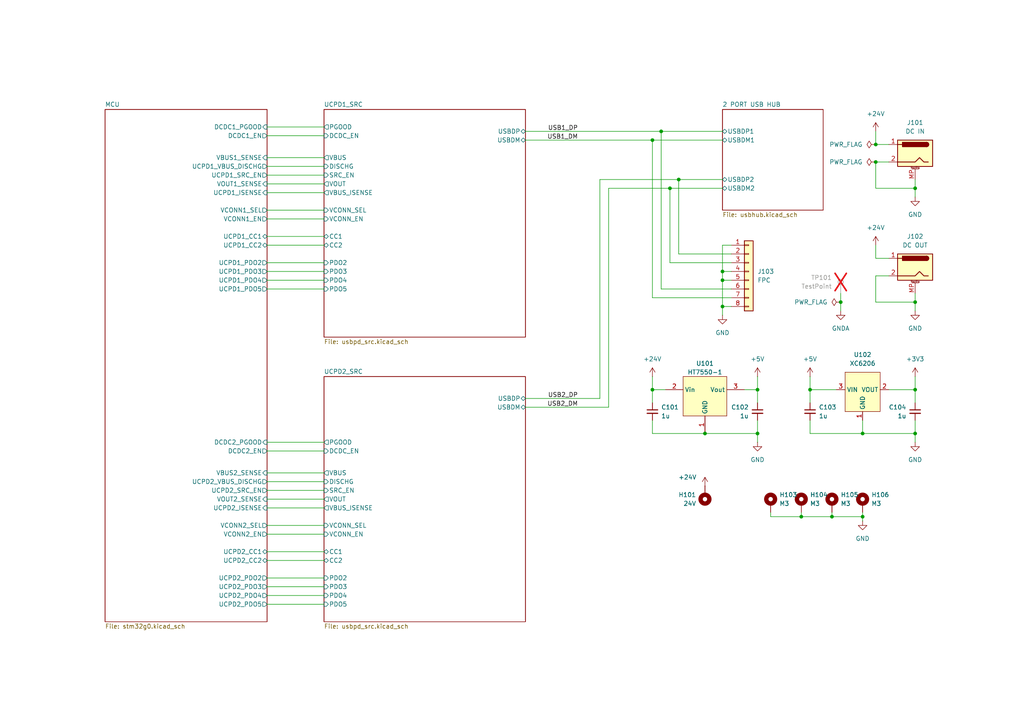
<source format=kicad_sch>
(kicad_sch (version 20231120) (generator "eeschema") (generator_version "8.0")
  (paper "A4")
  (lib_symbols
    (symbol "Connector:Barrel_Jack_MountingPin" (pin_names hide)
      (property "Reference" "J" (at 0 5.334 0))
      (property "Value" "Barrel_Jack_MountingPin" (at 1.27 -6.35 0))
      (symbol "Barrel_Jack_MountingPin_0_1"
        (rectangle (start -5.08 3.81) (end 5.08 -3.81) (stroke (width 0.254)) (fill (type background)))
        (arc (start -3.302 3.175) (mid -3.9343 2.54) (end -3.302 1.905) (stroke (width 0.254)))
        (arc (start -3.302 3.175) (mid -3.9343 2.54) (end -3.302 1.905) (stroke (width 0.254)) (fill (type outline)))
        (polyline (pts (xy 5.08 2.54) (xy 3.81 2.54)) (stroke (width 0.254)))
        (polyline (pts (xy -3.81 -2.54) (xy -2.54 -2.54) (xy -1.27 -1.27) (xy 0 -2.54) (xy 2.54 -2.54) (xy 5.08 -2.54)) (stroke (width 0.254)))
        (rectangle (start 3.683 3.175) (end -3.302 1.905) (stroke (width 0.254)) (fill (type outline)))
      )
      (symbol "Barrel_Jack_MountingPin_1_1"
        (polyline (pts (xy -1.016 -4.572) (xy 1.016 -4.572)) (stroke (width 0.1524)))
        (text "Mounting" (at 0 -4.191 0) (effects (font (size 0.381 0.381))))
        (pin passive line (at 7.62 2.54 180) (length 2.54) (name "~") (number "1"))
        (pin passive line (at 7.62 -2.54 180) (length 2.54) (name "~") (number "2"))
        (pin passive line (at 0 -7.62 90) (length 3.048) (name "MountPin") (number "MP"))
      )
    )
    (symbol "Connector:TestPoint" (pin_numbers hide) (pin_names (offset 0.762) hide)
      (property "Reference" "TP" (at 0 6.858 0))
      (property "Value" "TestPoint" (at 0 5.08 0))
      (symbol "TestPoint_0_1"
        (circle (center 0 3.302) (radius 0.762))
      )
      (symbol "TestPoint_1_1"
        (pin passive line (at 0 0 90) (length 2.54) (name "1") (number "1"))
      )
    )
    (symbol "Connector_Generic:Conn_01x08" (pin_names (offset 1.016) hide)
      (property "Reference" "J" (at 0 10.16 0))
      (property "Value" "Conn_01x08" (at 0 -12.7 0))
      (symbol "Conn_01x08_1_1"
        (rectangle (start -1.27 -10.033) (end 0 -10.287) (stroke (width 0.1524)))
        (rectangle (start -1.27 -7.493) (end 0 -7.747) (stroke (width 0.1524)))
        (rectangle (start -1.27 -4.953) (end 0 -5.207) (stroke (width 0.1524)))
        (rectangle (start -1.27 -2.413) (end 0 -2.667) (stroke (width 0.1524)))
        (rectangle (start -1.27 0.127) (end 0 -0.127) (stroke (width 0.1524)))
        (rectangle (start -1.27 2.667) (end 0 2.413) (stroke (width 0.1524)))
        (rectangle (start -1.27 5.207) (end 0 4.953) (stroke (width 0.1524)))
        (rectangle (start -1.27 7.747) (end 0 7.493) (stroke (width 0.1524)))
        (rectangle (start -1.27 8.89) (end 1.27 -11.43) (stroke (width 0.254)) (fill (type background)))
        (pin passive line (at -5.08 7.62 0) (length 3.81) (name "Pin_1") (number "1"))
        (pin passive line (at -5.08 5.08 0) (length 3.81) (name "Pin_2") (number "2"))
        (pin passive line (at -5.08 2.54 0) (length 3.81) (name "Pin_3") (number "3"))
        (pin passive line (at -5.08 0 0) (length 3.81) (name "Pin_4") (number "4"))
        (pin passive line (at -5.08 -2.54 0) (length 3.81) (name "Pin_5") (number "5"))
        (pin passive line (at -5.08 -5.08 0) (length 3.81) (name "Pin_6") (number "6"))
        (pin passive line (at -5.08 -7.62 0) (length 3.81) (name "Pin_7") (number "7"))
        (pin passive line (at -5.08 -10.16 0) (length 3.81) (name "Pin_8") (number "8"))
      )
    )
    (symbol "Device:C_Small" (pin_numbers hide) (pin_names (offset 0.254) hide)
      (property "Reference" "C" (at 0.254 1.778 0))
      (property "Value" "C_Small" (at 0.254 -2.032 0))
      (symbol "C_Small_0_1"
        (polyline (pts (xy -1.524 -0.508) (xy 1.524 -0.508)) (stroke (width 0.3302)))
        (polyline (pts (xy -1.524 0.508) (xy 1.524 0.508)) (stroke (width 0.3048)))
      )
      (symbol "C_Small_1_1"
        (pin passive line (at 0 2.54 270) (length 2.032) (name "~") (number "1"))
        (pin passive line (at 0 -2.54 90) (length 2.032) (name "~") (number "2"))
      )
    )
    (symbol "Mechanical:MountingHole_Pad" (pin_numbers hide) (pin_names (offset 1.016) hide)
      (property "Reference" "H" (at 0 6.35 0))
      (property "Value" "MountingHole_Pad" (at 0 4.445 0))
      (symbol "MountingHole_Pad_0_1"
        (circle (center 0 1.27) (radius 1.27) (stroke (width 1.27)))
      )
      (symbol "MountingHole_Pad_1_1"
        (pin input line (at 0 -2.54 90) (length 2.54) (name "1") (number "1"))
      )
    )
    (symbol "easyeda2kicad:HT7550-1_C16106"
      (property "Reference" "U" (at 0 10.16 0))
      (property "Value" "HT7550-1_C16106" (at 0 -10.16 0))
      (symbol "HT7550-1_C16106_0_1"
        (rectangle (start -6.35 3.81) (end 6.35 -7.62) (fill (type background)))
        (pin power_in line (at 0 -12.7 90) (length 5.08) (name "GND") (number "1"))
        (pin power_in line (at -11.43 0 0) (length 5.08) (name "Vin") (number "2"))
        (pin power_out line (at 11.43 0 180) (length 5.08) (name "Vout") (number "3"))
      )
    )
    (symbol "matei:XC6206"
      (property "Reference" "U" (at -3.81 6.35 0))
      (property "Value" "XC6206" (at 0 2.54 0))
      (symbol "XC6206_0_1"
        (rectangle (start -5.08 5.08) (end 5.08 -6.35) (stroke (width 0.1524)) (fill (type background)))
      )
      (symbol "XC6206_1_1"
        (pin power_in line (at 0 -8.89 90) (length 2.54) (name "GND") (number "1"))
        (pin power_out line (at 7.62 0 180) (length 2.54) (name "VOUT") (number "2"))
        (pin power_in line (at -7.62 0 0) (length 2.54) (name "VIN") (number "3"))
      )
    )
    (symbol "power:+24V" (power) (pin_numbers hide) (pin_names (offset 0) hide)
      (property "Value" "+24V" (at 0 3.556 0))
      (symbol "+24V_0_1"
        (polyline (pts (xy -0.762 1.27) (xy 0 2.54)))
        (polyline (pts (xy 0 0) (xy 0 2.54)))
        (polyline (pts (xy 0 2.54) (xy 0.762 1.27)))
      )
      (symbol "+24V_1_1"
        (pin power_in line (at 0 0 90) (length 0) (name "~") (number "1"))
      )
    )
    (symbol "power:+3V3" (power) (pin_numbers hide) (pin_names (offset 0) hide)
      (property "Value" "+3V3" (at 0 3.556 0))
      (symbol "+3V3_0_1"
        (polyline (pts (xy -0.762 1.27) (xy 0 2.54)))
        (polyline (pts (xy 0 0) (xy 0 2.54)))
        (polyline (pts (xy 0 2.54) (xy 0.762 1.27)))
      )
      (symbol "+3V3_1_1"
        (pin power_in line (at 0 0 90) (length 0) (name "~") (number "1"))
      )
    )
    (symbol "power:+5V" (power) (pin_numbers hide) (pin_names (offset 0) hide)
      (property "Value" "+5V" (at 0 3.556 0))
      (symbol "+5V_0_1"
        (polyline (pts (xy -0.762 1.27) (xy 0 2.54)))
        (polyline (pts (xy 0 0) (xy 0 2.54)))
        (polyline (pts (xy 0 2.54) (xy 0.762 1.27)))
      )
      (symbol "+5V_1_1"
        (pin power_in line (at 0 0 90) (length 0) (name "~") (number "1"))
      )
    )
    (symbol "power:GND" (power) (pin_numbers hide) (pin_names (offset 0) hide)
      (property "Value" "GND" (at 0 -3.81 0))
      (symbol "GND_0_1"
        (polyline (pts (xy 0 0) (xy 0 -1.27) (xy 1.27 -1.27) (xy 0 -2.54) (xy -1.27 -1.27) (xy 0 -1.27)))
      )
      (symbol "GND_1_1"
        (pin power_in line (at 0 0 270) (length 0) (name "~") (number "1"))
      )
    )
    (symbol "power:GNDA" (power) (pin_numbers hide) (pin_names (offset 0) hide)
      (property "Value" "GNDA" (at 0 -3.81 0))
      (symbol "GNDA_0_1"
        (polyline (pts (xy 0 0) (xy 0 -1.27) (xy 1.27 -1.27) (xy 0 -2.54) (xy -1.27 -1.27) (xy 0 -1.27)))
      )
      (symbol "GNDA_1_1"
        (pin power_in line (at 0 0 270) (length 0) (name "~") (number "1"))
      )
    )
    (symbol "power:PWR_FLAG" (power) (pin_numbers hide) (pin_names (offset 0) hide)
      (property "Value" "PWR_FLAG" (at 0 3.81 0))
      (symbol "PWR_FLAG_0_0"
        (pin power_out line (at 0 0 90) (length 0) (name "~") (number "1"))
      )
      (symbol "PWR_FLAG_0_1"
        (polyline (pts (xy 0 0) (xy 0 1.27) (xy -1.016 1.905) (xy 0 2.54) (xy 1.016 1.905) (xy 0 1.27)))
      )
    )
  )
  (junction (at 243.84 87.63))
  (junction (at 254 41.91))
  (junction (at 219.71 125.73))
  (junction (at 250.19 149.86))
  (junction (at 209.55 78.74))
  (junction (at 209.55 88.9))
  (junction (at 204.47 125.73))
  (junction (at 234.95 113.03))
  (junction (at 189.23 40.64))
  (junction (at 191.77 38.1))
  (junction (at 254 46.99))
  (junction (at 209.55 81.28))
  (junction (at 265.43 54.61))
  (junction (at 194.31 54.61))
  (junction (at 250.19 125.73))
  (junction (at 189.23 113.03))
  (junction (at 265.43 125.73))
  (junction (at 265.43 113.03))
  (junction (at 232.41 149.86))
  (junction (at 219.71 113.03))
  (junction (at 241.3 149.86))
  (junction (at 265.43 87.63))
  (junction (at 196.85 52.07))
  (wire (pts (xy 254 71.12) (xy 254 74.93)))
  (wire (pts (xy 77.47 172.72) (xy 93.98 172.72)))
  (wire (pts (xy 219.71 109.22) (xy 219.71 113.03)))
  (wire (pts (xy 77.47 128.27) (xy 93.98 128.27)))
  (wire (pts (xy 241.3 148.59) (xy 241.3 149.86)))
  (wire (pts (xy 152.4 118.11) (xy 176.53 118.11)))
  (wire (pts (xy 196.85 52.07) (xy 209.55 52.07)))
  (wire (pts (xy 265.43 87.63) (xy 265.43 90.17)))
  (wire (pts (xy 265.43 85.09) (xy 265.43 87.63)))
  (wire (pts (xy 77.47 139.7) (xy 93.98 139.7)))
  (wire (pts (xy 212.09 71.12) (xy 209.55 71.12)))
  (wire (pts (xy 77.47 60.96) (xy 93.98 60.96)))
  (wire (pts (xy 77.47 160.02) (xy 93.98 160.02)))
  (wire (pts (xy 77.47 39.37) (xy 93.98 39.37)))
  (wire (pts (xy 204.47 125.73) (xy 219.71 125.73)))
  (wire (pts (xy 189.23 40.64) (xy 209.55 40.64)))
  (wire (pts (xy 173.99 52.07) (xy 196.85 52.07)))
  (wire (pts (xy 191.77 38.1) (xy 209.55 38.1)))
  (wire (pts (xy 77.47 53.34) (xy 93.98 53.34)))
  (wire (pts (xy 196.85 52.07) (xy 196.85 73.66)))
  (wire (pts (xy 250.19 149.86) (xy 250.19 151.13)))
  (wire (pts (xy 257.81 46.99) (xy 254 46.99)))
  (wire (pts (xy 219.71 125.73) (xy 219.71 121.92)))
  (wire (pts (xy 250.19 125.73) (xy 265.43 125.73)))
  (wire (pts (xy 77.47 130.81) (xy 93.98 130.81)))
  (wire (pts (xy 77.47 36.83) (xy 93.98 36.83)))
  (wire (pts (xy 223.52 148.59) (xy 223.52 149.86)))
  (wire (pts (xy 193.04 113.03) (xy 189.23 113.03)))
  (wire (pts (xy 241.3 149.86) (xy 250.19 149.86)))
  (wire (pts (xy 265.43 125.73) (xy 265.43 121.92)))
  (wire (pts (xy 254 38.1) (xy 254 41.91)))
  (wire (pts (xy 232.41 149.86) (xy 241.3 149.86)))
  (wire (pts (xy 209.55 78.74) (xy 209.55 81.28)))
  (wire (pts (xy 77.47 50.8) (xy 93.98 50.8)))
  (wire (pts (xy 234.95 109.22) (xy 234.95 113.03)))
  (wire (pts (xy 189.23 86.36) (xy 212.09 86.36)))
  (wire (pts (xy 254 41.91) (xy 257.81 41.91)))
  (wire (pts (xy 77.47 162.56) (xy 93.98 162.56)))
  (wire (pts (xy 77.47 175.26) (xy 93.98 175.26)))
  (wire (pts (xy 77.47 137.16) (xy 93.98 137.16)))
  (wire (pts (xy 257.81 80.01) (xy 254 80.01)))
  (wire (pts (xy 209.55 81.28) (xy 209.55 88.9)))
  (wire (pts (xy 77.47 68.58) (xy 93.98 68.58)))
  (wire (pts (xy 77.47 167.64) (xy 93.98 167.64)))
  (wire (pts (xy 212.09 76.2) (xy 194.31 76.2)))
  (wire (pts (xy 250.19 121.92) (xy 250.19 125.73)))
  (wire (pts (xy 212.09 88.9) (xy 209.55 88.9)))
  (wire (pts (xy 219.71 113.03) (xy 215.9 113.03)))
  (wire (pts (xy 234.95 121.92) (xy 234.95 125.73)))
  (wire (pts (xy 77.47 147.32) (xy 93.98 147.32)))
  (wire (pts (xy 189.23 121.92) (xy 189.23 125.73)))
  (wire (pts (xy 212.09 73.66) (xy 196.85 73.66)))
  (wire (pts (xy 232.41 148.59) (xy 232.41 149.86)))
  (wire (pts (xy 265.43 125.73) (xy 265.43 128.27)))
  (wire (pts (xy 77.47 55.88) (xy 93.98 55.88)))
  (wire (pts (xy 77.47 48.26) (xy 93.98 48.26)))
  (wire (pts (xy 77.47 78.74) (xy 93.98 78.74)))
  (wire (pts (xy 189.23 113.03) (xy 189.23 116.84)))
  (wire (pts (xy 257.81 113.03) (xy 265.43 113.03)))
  (wire (pts (xy 189.23 125.73) (xy 204.47 125.73)))
  (wire (pts (xy 77.47 144.78) (xy 93.98 144.78)))
  (wire (pts (xy 265.43 54.61) (xy 265.43 57.15)))
  (wire (pts (xy 189.23 109.22) (xy 189.23 113.03)))
  (wire (pts (xy 191.77 38.1) (xy 191.77 83.82)))
  (wire (pts (xy 77.47 142.24) (xy 93.98 142.24)))
  (wire (pts (xy 234.95 113.03) (xy 234.95 116.84)))
  (wire (pts (xy 77.47 71.12) (xy 93.98 71.12)))
  (wire (pts (xy 219.71 116.84) (xy 219.71 113.03)))
  (wire (pts (xy 77.47 154.94) (xy 93.98 154.94)))
  (wire (pts (xy 219.71 125.73) (xy 219.71 128.27)))
  (wire (pts (xy 194.31 54.61) (xy 209.55 54.61)))
  (wire (pts (xy 77.47 152.4) (xy 93.98 152.4)))
  (wire (pts (xy 209.55 78.74) (xy 212.09 78.74)))
  (wire (pts (xy 234.95 113.03) (xy 242.57 113.03)))
  (wire (pts (xy 265.43 116.84) (xy 265.43 113.03)))
  (wire (pts (xy 254 46.99) (xy 254 54.61)))
  (wire (pts (xy 243.84 85.09) (xy 243.84 87.63)))
  (wire (pts (xy 243.84 87.63) (xy 243.84 90.17)))
  (wire (pts (xy 209.55 81.28) (xy 212.09 81.28)))
  (wire (pts (xy 77.47 63.5) (xy 93.98 63.5)))
  (wire (pts (xy 173.99 52.07) (xy 173.99 115.57)))
  (wire (pts (xy 77.47 76.2) (xy 93.98 76.2)))
  (wire (pts (xy 250.19 148.59) (xy 250.19 149.86)))
  (wire (pts (xy 152.4 115.57) (xy 173.99 115.57)))
  (wire (pts (xy 209.55 88.9) (xy 209.55 91.44)))
  (wire (pts (xy 254 80.01) (xy 254 87.63)))
  (wire (pts (xy 77.47 83.82) (xy 93.98 83.82)))
  (wire (pts (xy 194.31 76.2) (xy 194.31 54.61)))
  (wire (pts (xy 152.4 38.1) (xy 191.77 38.1)))
  (wire (pts (xy 223.52 149.86) (xy 232.41 149.86)))
  (wire (pts (xy 254 54.61) (xy 265.43 54.61)))
  (wire (pts (xy 77.47 81.28) (xy 93.98 81.28)))
  (wire (pts (xy 176.53 54.61) (xy 176.53 118.11)))
  (wire (pts (xy 176.53 54.61) (xy 194.31 54.61)))
  (wire (pts (xy 265.43 109.22) (xy 265.43 113.03)))
  (wire (pts (xy 254 74.93) (xy 257.81 74.93)))
  (wire (pts (xy 191.77 83.82) (xy 212.09 83.82)))
  (wire (pts (xy 77.47 170.18) (xy 93.98 170.18)))
  (wire (pts (xy 265.43 52.07) (xy 265.43 54.61)))
  (wire (pts (xy 77.47 45.72) (xy 93.98 45.72)))
  (wire (pts (xy 234.95 125.73) (xy 250.19 125.73)))
  (wire (pts (xy 189.23 40.64) (xy 189.23 86.36)))
  (wire (pts (xy 209.55 71.12) (xy 209.55 78.74)))
  (wire (pts (xy 254 87.63) (xy 265.43 87.63)))
  (wire (pts (xy 152.4 40.64) (xy 189.23 40.64)))
  (label "USB1_DP" (at 167.64 38.1 180))
  (label "USB1_DM" (at 167.64 40.64 180))
  (label "USB2_DM" (at 167.64 118.11 180))
  (label "USB2_DP" (at 167.64 115.57 180))
  (symbol (lib_id "power:PWR_FLAG") (at 254 46.99 90) (unit 1)
    (property "Reference" "#FLG0102" (effects (hide yes)))
    (property "Value" "PWR_FLAG" (at 250.19 46.9899 90) (effects (justify left)))
    (property "Description" "Special symbol for telling ERC where power comes from" (effects (hide yes)))
  )
  (symbol (lib_id "power:PWR_FLAG") (at 243.84 87.63 90) (unit 1)
    (property "Reference" "#FLG0103" (effects (hide yes)))
    (property "Value" "PWR_FLAG" (at 240.03 87.6299 90) (effects (justify left)))
    (property "Description" "Special symbol for telling ERC where power comes from" (effects (hide yes)))
  )
  (symbol (lib_id "Connector:Barrel_Jack_MountingPin") (at 265.43 77.47 0) (mirror y) (unit 1)
    (property "Reference" "J102" (at 265.43 68.58 0))
    (property "Value" "DC OUT" (at 265.43 71.12 0))
    (property "Footprint" "easyeda2kicad:CONN-TH_XT30PW-M" (effects (hide yes)))
    (property "Description" "DC Barrel Jack with a mounting pin" (effects (hide yes)))
  )
  (symbol (lib_id "power:PWR_FLAG") (at 254 41.91 90) (unit 1)
    (property "Reference" "#FLG0101" (effects (hide yes)))
    (property "Value" "PWR_FLAG" (at 250.19 41.9099 90) (effects (justify left)))
    (property "Description" "Special symbol for telling ERC where power comes from" (effects (hide yes)))
  )
  (symbol (lib_id "Device:C_Small") (at 234.95 119.38 0) (unit 1)
    (property "Reference" "C103" (at 237.49 118.1163 0) (effects (justify left)))
    (property "Value" "1u" (at 237.49 120.6563 0) (effects (justify left)))
    (property "Footprint" "Capacitor_SMD:C_0603_1608Metric" (effects (hide yes)))
    (property "LCSC Part" "C15849" (effects (hide yes)))
  )
  (symbol (lib_id "easyeda2kicad:HT7550-1_C16106") (at 204.47 113.03 0) (unit 1)
    (property "Reference" "U101" (at 204.47 105.41 0))
    (property "Value" "HT7550-1" (at 204.47 107.95 0))
    (property "Footprint" "Package_TO_SOT_SMD:SOT-89-3" (effects (hide yes)))
    (property "Datasheet" "https://lcsc.com/product-detail/Low-Dropout-Regulators-LDO_HT7550-1_C16106.html" (effects (hide yes)))
    (property "LCSC Part" "C16106" (effects (hide yes)))
  )
  (symbol (lib_id "power:+5V") (at 219.71 109.22 0) (unit 1)
    (property "Reference" "#PWR0105" (effects (hide yes)))
    (property "Value" "+5V" (at 219.71 104.14 0))
    (property "Description" "Power symbol creates a global label with name \"+5V\"" (effects (hide yes)))
  )
  (symbol (lib_id "Mechanical:MountingHole_Pad") (at 223.52 146.05 0) (mirror y) (unit 1) (exclude_from_sim yes) (in_bom no)
    (property "Reference" "H103" (at 226.06 143.51 0) (effects (justify right)))
    (property "Value" "M3" (at 226.06 146.05 0) (effects (justify right)))
    (property "Footprint" "MountingHole:MountingHole_3.2mm_M3_DIN965_Pad" (effects (hide yes)))
  )
  (symbol (lib_id "power:GND") (at 250.19 151.13 0) (unit 1)
    (property "Reference" "#PWR0114" (effects (hide yes)))
    (property "Value" "GND" (at 250.19 156.21 0))
    (property "Description" "Power symbol creates a global label with name \"GND\" , ground" (effects (hide yes)))
  )
  (symbol (lib_id "power:GND") (at 219.71 128.27 0) (unit 1)
    (property "Reference" "#PWR0108" (effects (hide yes)))
    (property "Value" "GND" (at 219.71 133.35 0))
    (property "Description" "Power symbol creates a global label with name \"GND\" , ground" (effects (hide yes)))
  )
  (symbol (lib_id "power:GND") (at 209.55 91.44 0) (mirror y) (unit 1)
    (property "Reference" "#PWR0117" (effects (hide yes)))
    (property "Value" "GND" (at 209.55 96.52 0))
    (property "Description" "Power symbol creates a global label with name \"GND\" , ground" (effects (hide yes)))
  )
  (symbol (lib_id "power:+24V") (at 254 71.12 0) (unit 1)
    (property "Reference" "#PWR0115" (effects (hide yes)))
    (property "Value" "+24V" (at 254 66.04 0))
    (property "Description" "Power symbol creates a global label with name \"+24V\"" (effects (hide yes)))
  )
  (symbol (lib_id "Device:C_Small") (at 189.23 119.38 0) (unit 1)
    (property "Reference" "C101" (at 191.77 118.1163 0) (effects (justify left)))
    (property "Value" "1u" (at 191.77 120.6563 0) (effects (justify left)))
    (property "Footprint" "Capacitor_SMD:C_0603_1608Metric" (effects (hide yes)))
    (property "LCSC Part" "C15849" (effects (hide yes)))
  )
  (symbol (lib_id "Mechanical:MountingHole_Pad") (at 241.3 146.05 0) (mirror y) (unit 1) (exclude_from_sim yes) (in_bom no)
    (property "Reference" "H105" (at 243.84 143.51 0) (effects (justify right)))
    (property "Value" "M3" (at 243.84 146.05 0) (effects (justify right)))
    (property "Footprint" "MountingHole:MountingHole_3.2mm_M3_DIN965_Pad" (effects (hide yes)))
  )
  (symbol (lib_id "power:GNDA") (at 243.84 90.17 0) (unit 1)
    (property "Reference" "#PWR0103" (effects (hide yes)))
    (property "Value" "GNDA" (at 243.84 95.25 0))
    (property "Description" "Power symbol creates a global label with name \"GNDA\" , analog ground" (effects (hide yes)))
  )
  (symbol (lib_id "Connector:Barrel_Jack_MountingPin") (at 265.43 44.45 0) (mirror y) (unit 1)
    (property "Reference" "J101" (at 265.43 35.56 0))
    (property "Value" "DC IN" (at 265.43 38.1 0))
    (property "Footprint" "easyeda2kicad:CONN-TH_XT30PW-M" (effects (hide yes)))
    (property "Description" "DC Barrel Jack with a mounting pin" (effects (hide yes)))
  )
  (symbol (lib_id "power:GND") (at 265.43 128.27 0) (unit 1)
    (property "Reference" "#PWR0109" (effects (hide yes)))
    (property "Value" "GND" (at 265.43 133.35 0))
    (property "Description" "Power symbol creates a global label with name \"GND\" , ground" (effects (hide yes)))
  )
  (symbol (lib_id "matei:XC6206") (at 250.19 113.03 0) (unit 1)
    (property "Reference" "U102" (at 250.19 102.87 0))
    (property "Value" "XC6206" (at 250.19 105.41 0))
    (property "Footprint" "Package_TO_SOT_SMD:SOT-23" (effects (hide yes)))
    (property "Datasheet" "https://datasheet.lcsc.com/lcsc/1809201513_Torex-Semicon-XC6206P332MR_C5446.pdf" (effects (hide yes)))
    (property "LCSC Part" "C5446" (effects (hide yes)))
  )
  (symbol (lib_id "power:+24V") (at 254 38.1 0) (unit 1)
    (property "Reference" "#PWR0101" (effects (hide yes)))
    (property "Value" "+24V" (at 254 33.02 0))
    (property "Description" "Power symbol creates a global label with name \"+24V\"" (effects (hide yes)))
  )
  (symbol (lib_id "Mechanical:MountingHole_Pad") (at 204.47 143.51 0) (mirror x) (unit 1) (exclude_from_sim yes) (in_bom no)
    (property "Reference" "H101" (at 201.93 143.51 0) (effects (justify right)))
    (property "Value" "24V" (at 201.93 146.05 0) (effects (justify right)))
    (property "Footprint" "MountingHole:MountingHole_3.2mm_M3_DIN965_Pad" (effects (hide yes)))
  )
  (symbol (lib_id "power:+24V") (at 189.23 109.22 0) (unit 1)
    (property "Reference" "#PWR0104" (effects (hide yes)))
    (property "Value" "+24V" (at 189.23 104.14 0))
    (property "Description" "Power symbol creates a global label with name \"+24V\"" (effects (hide yes)))
  )
  (symbol (lib_id "power:+24V") (at 204.47 140.97 0) (unit 1)
    (property "Reference" "#PWR0110" (effects (hide yes)))
    (property "Value" "+24V" (at 199.39 138.43 0))
    (property "Description" "Power symbol creates a global label with name \"+24V\"" (effects (hide yes)))
  )
  (symbol (lib_id "Mechanical:MountingHole_Pad") (at 250.19 146.05 0) (mirror y) (unit 1) (exclude_from_sim yes) (in_bom no)
    (property "Reference" "H106" (at 252.73 143.51 0) (effects (justify right)))
    (property "Value" "M3" (at 252.73 146.05 0) (effects (justify right)))
    (property "Footprint" "MountingHole:MountingHole_3.2mm_M3_DIN965_Pad" (effects (hide yes)))
  )
  (symbol (lib_id "power:+3V3") (at 265.43 109.22 0) (unit 1)
    (property "Reference" "#PWR0107" (effects (hide yes)))
    (property "Value" "+3V3" (at 265.43 104.14 0))
    (property "Description" "Power symbol creates a global label with name \"+3V3\"" (effects (hide yes)))
  )
  (symbol (lib_id "power:+5V") (at 234.95 109.22 0) (unit 1)
    (property "Reference" "#PWR0106" (effects (hide yes)))
    (property "Value" "+5V" (at 234.95 104.14 0))
    (property "Description" "Power symbol creates a global label with name \"+5V\"" (effects (hide yes)))
  )
  (symbol (lib_id "power:GND") (at 265.43 90.17 0) (unit 1)
    (property "Reference" "#PWR0116" (effects (hide yes)))
    (property "Value" "GND" (at 265.43 95.25 0))
    (property "Description" "Power symbol creates a global label with name \"GND\" , ground" (effects (hide yes)))
  )
  (symbol (lib_id "Device:C_Small") (at 219.71 119.38 0) (mirror y) (unit 1)
    (property "Reference" "C102" (at 217.17 118.1163 0) (effects (justify left)))
    (property "Value" "1u" (at 217.17 120.6563 0) (effects (justify left)))
    (property "Footprint" "Capacitor_SMD:C_0603_1608Metric" (effects (hide yes)))
    (property "LCSC Part" "C15849" (effects (hide yes)))
  )
  (symbol (lib_id "Mechanical:MountingHole_Pad") (at 232.41 146.05 0) (mirror y) (unit 1) (exclude_from_sim yes) (in_bom no)
    (property "Reference" "H104" (at 234.95 143.51 0) (effects (justify right)))
    (property "Value" "M3" (at 234.95 146.05 0) (effects (justify right)))
    (property "Footprint" "MountingHole:MountingHole_3.2mm_M3_DIN965_Pad" (effects (hide yes)))
  )
  (symbol (lib_id "Connector:TestPoint") (at 243.84 85.09 0) (unit 1) (exclude_from_sim yes) (in_bom no) (on_board no) (dnp yes)
    (property "Reference" "TP101" (at 241.3 80.5179 0) (effects (justify right)))
    (property "Value" "TestPoint" (at 241.3 83.0579 0) (effects (justify right)))
    (property "Description" "test point" (effects (hide yes)))
  )
  (symbol (lib_id "Device:C_Small") (at 265.43 119.38 0) (mirror y) (unit 1)
    (property "Reference" "C104" (at 262.89 118.1163 0) (effects (justify left)))
    (property "Value" "1u" (at 262.89 120.6563 0) (effects (justify left)))
    (property "Footprint" "Capacitor_SMD:C_0603_1608Metric" (effects (hide yes)))
    (property "LCSC Part" "C15849" (effects (hide yes)))
  )
  (symbol (lib_id "Connector_Generic:Conn_01x08") (at 217.17 78.74 0) (unit 1)
    (property "Reference" "J103" (at 219.71 78.7399 0) (effects (justify left)))
    (property "Value" "FPC" (at 219.71 81.2799 0) (effects (justify left)))
    (property "Footprint" "easyeda2kicad:FPC-SMD_8P-P0.50_FPC-05F-8PH20" (effects (hide yes)))
    (property "Description" "Generic connector, single row, 01x08, script generated (kicad-library-utils/schlib/autogen/connector/)" (effects (hide yes)))
    (property "LCSC Part" "C2856797" (effects (hide yes)))
  )
  (symbol (lib_id "power:GND") (at 265.43 57.15 0) (unit 1)
    (property "Reference" "#PWR0102" (effects (hide yes)))
    (property "Value" "GND" (at 265.43 62.23 0))
    (property "Description" "Power symbol creates a global label with name \"GND\" , ground" (effects (hide yes)))
  )
  (sheet (at 209.55 31.75) (size 29.21 29.21) (stroke (width 0.1524))
    (property "Sheetname" "2 PORT USB HUB" (at 209.55 31.0384 0) (effects (justify left bottom)))
    (property "Sheetfile" "usbhub.kicad_sch" (at 209.55 61.5446 0) (effects (justify left top)))
    (pin "USBDP1" bidirectional (at 209.55 38.1 180))
    (pin "USBDM1" bidirectional (at 209.55 40.64 180))
    (pin "USBDP2" bidirectional (at 209.55 52.07 180))
    (pin "USBDM2" bidirectional (at 209.55 54.61 180))
  )
  (sheet (at 93.98 31.75) (size 58.42 66.04) (stroke (width 0.1524))
    (property "Sheetname" "UCPD1_SRC" (at 93.98 31.0384 0) (effects (justify left bottom)))
    (property "Sheetfile" "usbpd_src.kicad_sch" (at 93.98 98.3746 0) (effects (justify left top)))
    (pin "CC1" bidirectional (at 93.98 68.58 180))
    (pin "USBDP" bidirectional (at 152.4 38.1 0))
    (pin "CC2" bidirectional (at 93.98 71.12 180))
    (pin "VOUT" output (at 93.98 53.34 180))
    (pin "VBUS" output (at 93.98 45.72 180))
    (pin "PDO5" input (at 93.98 83.82 180))
    (pin "PDO2" input (at 93.98 76.2 180))
    (pin "PDO3" input (at 93.98 78.74 180))
    (pin "PDO4" input (at 93.98 81.28 180))
    (pin "PGOOD" output (at 93.98 36.83 180))
    (pin "SRC_EN" input (at 93.98 50.8 180))
    (pin "DISCHG" input (at 93.98 48.26 180))
    (pin "VCONN_SEL" input (at 93.98 60.96 180))
    (pin "VCONN_EN" input (at 93.98 63.5 180))
    (pin "DCDC_EN" input (at 93.98 39.37 180))
    (pin "VBUS_ISENSE" output (at 93.98 55.88 180))
    (pin "USBDM" bidirectional (at 152.4 40.64 0))
  )
  (sheet (at 93.98 109.22) (size 58.42 71.12) (stroke (width 0.1524))
    (property "Sheetname" "UCPD2_SRC" (at 93.98 108.5084 0) (effects (justify left bottom)))
    (property "Sheetfile" "usbpd_src.kicad_sch" (at 93.98 180.9246 0) (effects (justify left top)))
    (pin "CC1" bidirectional (at 93.98 160.02 180))
    (pin "USBDP" bidirectional (at 152.4 115.57 0))
    (pin "CC2" bidirectional (at 93.98 162.56 180))
    (pin "VOUT" output (at 93.98 144.78 180))
    (pin "VBUS" output (at 93.98 137.16 180))
    (pin "PDO5" input (at 93.98 175.26 180))
    (pin "PDO2" input (at 93.98 167.64 180))
    (pin "PDO3" input (at 93.98 170.18 180))
    (pin "PDO4" input (at 93.98 172.72 180))
    (pin "PGOOD" output (at 93.98 128.27 180))
    (pin "SRC_EN" input (at 93.98 142.24 180))
    (pin "DISCHG" input (at 93.98 139.7 180))
    (pin "VCONN_SEL" input (at 93.98 152.4 180))
    (pin "VCONN_EN" input (at 93.98 154.94 180))
    (pin "DCDC_EN" input (at 93.98 130.81 180))
    (pin "VBUS_ISENSE" output (at 93.98 147.32 180))
    (pin "USBDM" bidirectional (at 152.4 118.11 0))
  )
  (sheet (at 30.48 31.75) (size 46.99 148.59) (stroke (width 0.1524))
    (property "Sheetname" "MCU" (at 30.48 31.0384 0) (effects (justify left bottom)))
    (property "Sheetfile" "stm32g0.kicad_sch" (at 30.48 180.9246 0) (effects (justify left top)))
    (pin "UCPD1_CC1" bidirectional (at 77.47 68.58 0))
    (pin "UCPD2_PDO3" output (at 77.47 170.18 0))
    (pin "UCPD2_PDO4" output (at 77.47 172.72 0))
    (pin "UCPD2_PDO2" output (at 77.47 167.64 0))
    (pin "UCPD2_PDO5" output (at 77.47 175.26 0))
    (pin "DCDC2_EN" output (at 77.47 130.81 0))
    (pin "DCDC2_PGOOD" input (at 77.47 128.27 0))
    (pin "DCDC1_EN" output (at 77.47 39.37 0))
    (pin "UCPD2_CC2" bidirectional (at 77.47 162.56 0))
    (pin "UCPD2_CC1" bidirectional (at 77.47 160.02 0))
    (pin "UCPD1_CC2" bidirectional (at 77.47 71.12 0))
    (pin "UCPD1_PDO5" output (at 77.47 83.82 0))
    (pin "UCPD1_PDO3" output (at 77.47 78.74 0))
    (pin "UCPD1_PDO2" output (at 77.47 76.2 0))
    (pin "UCPD1_PDO4" output (at 77.47 81.28 0))
    (pin "DCDC1_PGOOD" input (at 77.47 36.83 0))
    (pin "VBUS1_SENSE" input (at 77.47 45.72 0))
    (pin "VBUS2_SENSE" input (at 77.47 137.16 0))
    (pin "UCPD2_SRC_EN" output (at 77.47 142.24 0))
    (pin "UCPD1_SRC_EN" output (at 77.47 50.8 0))
    (pin "UCPD1_VBUS_DISCHG" output (at 77.47 48.26 0))
    (pin "UCPD2_VBUS_DISCHG" output (at 77.47 139.7 0))
    (pin "VOUT1_SENSE" input (at 77.47 53.34 0))
    (pin "VOUT2_SENSE" input (at 77.47 144.78 0))
    (pin "UCPD1_ISENSE" input (at 77.47 55.88 0))
    (pin "UCPD2_ISENSE" input (at 77.47 147.32 0))
    (pin "VCONN1_EN" output (at 77.47 63.5 0))
    (pin "VCONN2_SEL" output (at 77.47 152.4 0))
    (pin "VCONN2_EN" output (at 77.47 154.94 0))
    (pin "VCONN1_SEL" output (at 77.47 60.96 0))
  )
)
</source>
